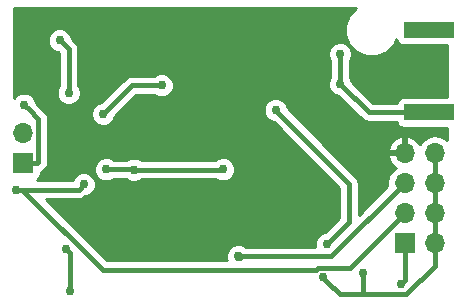
<source format=gbr>
G04 #@! TF.FileFunction,Copper,L2,Bot,Signal*
%FSLAX46Y46*%
G04 Gerber Fmt 4.6, Leading zero omitted, Abs format (unit mm)*
G04 Created by KiCad (PCBNEW 4.0.7) date Friday, November 17, 2017 'PMt' 12:47:33 PM*
%MOMM*%
%LPD*%
G01*
G04 APERTURE LIST*
%ADD10C,0.100000*%
%ADD11R,1.700000X1.700000*%
%ADD12O,1.700000X1.700000*%
%ADD13R,4.200000X1.350000*%
%ADD14C,0.762000*%
%ADD15C,0.381000*%
%ADD16C,0.254000*%
G04 APERTURE END LIST*
D10*
D11*
X162306000Y-108331000D03*
D12*
X164846000Y-108331000D03*
X162306000Y-105791000D03*
X164846000Y-105791000D03*
X162306000Y-103251000D03*
X164846000Y-103251000D03*
X162306000Y-100711000D03*
X164846000Y-100711000D03*
D11*
X129984500Y-101600000D03*
D12*
X129984500Y-99060000D03*
D13*
X164338000Y-97282000D03*
X164338000Y-90282000D03*
D14*
X136779000Y-97409000D03*
X141732000Y-94996000D03*
X146939000Y-102108000D03*
X139369152Y-102122990D03*
X156850579Y-94885905D03*
X158750000Y-110871000D03*
X156845000Y-92329000D03*
X137033000Y-102108000D03*
X133096000Y-91186000D03*
X155384500Y-111251991D03*
X133858000Y-95631000D03*
X151892000Y-91821000D03*
X149158373Y-93386695D03*
X139700000Y-99949000D03*
X152019000Y-101981000D03*
X156210000Y-106426000D03*
X151380391Y-97099519D03*
X155702000Y-108458000D03*
X148209000Y-109474000D03*
X135128000Y-103378000D03*
X129362717Y-103812653D03*
X130087288Y-96622677D03*
X133604000Y-108839000D03*
X133985000Y-112395000D03*
X161987000Y-111796405D03*
D15*
X141732000Y-94996000D02*
X139192000Y-94996000D01*
X139192000Y-94996000D02*
X136779000Y-97409000D01*
X139369152Y-102122990D02*
X146924010Y-102122990D01*
X146924010Y-102122990D02*
X146939000Y-102108000D01*
X137033000Y-102108000D02*
X139354162Y-102108000D01*
X139354162Y-102108000D02*
X139369152Y-102122990D01*
X164338000Y-97282000D02*
X159246674Y-97282000D01*
X159246674Y-97282000D02*
X156850579Y-94885905D01*
X156845000Y-94880326D02*
X156850579Y-94885905D01*
X156845000Y-92329000D02*
X156845000Y-94880326D01*
X164846000Y-105791000D02*
X164846000Y-108331000D01*
X164846000Y-103251000D02*
X164846000Y-105791000D01*
X164846000Y-100711000D02*
X164846000Y-103251000D01*
X158750000Y-112696221D02*
X156828730Y-112696221D01*
X162457554Y-112696221D02*
X158750000Y-112696221D01*
X158750000Y-112696221D02*
X158750000Y-110871000D01*
X133858000Y-95631000D02*
X133858000Y-91948000D01*
X133858000Y-91948000D02*
X133096000Y-91186000D01*
X164846000Y-110307775D02*
X162457554Y-112696221D01*
X155765499Y-111632990D02*
X155384500Y-111251991D01*
X164846000Y-108331000D02*
X164846000Y-110307775D01*
X156828730Y-112696221D02*
X155765499Y-111632990D01*
X130429000Y-99060000D02*
X130302000Y-99060000D01*
X139700000Y-99949000D02*
X139573000Y-100076000D01*
X152019000Y-101981000D02*
X152019000Y-102235000D01*
X152019000Y-102235000D02*
X156210000Y-106426000D01*
X151761390Y-97480518D02*
X151380391Y-97099519D01*
X157607000Y-103326128D02*
X151761390Y-97480518D01*
X157607000Y-106553000D02*
X157607000Y-103326128D01*
X155702000Y-108458000D02*
X157607000Y-106553000D01*
X148209000Y-109474000D02*
X156083000Y-109474000D01*
X156083000Y-109474000D02*
X162306000Y-103251000D01*
X148082000Y-109601000D02*
X148336000Y-109347000D01*
X148209000Y-109474000D02*
X148082000Y-109601000D01*
X148336000Y-109347000D02*
X148336000Y-109601000D01*
X162306000Y-105791000D02*
X157670510Y-110426490D01*
X154988259Y-110426490D02*
X154797749Y-110617000D01*
X154797749Y-110617000D02*
X136724427Y-110617000D01*
X136724427Y-110617000D02*
X129920080Y-103812653D01*
X157670510Y-110426490D02*
X154988259Y-110426490D01*
X135128000Y-103378000D02*
X134693347Y-103812653D01*
X134693347Y-103812653D02*
X129920080Y-103812653D01*
X129920080Y-103812653D02*
X129901532Y-103812653D01*
X129901532Y-103812653D02*
X129362717Y-103812653D01*
X130468287Y-97003676D02*
X130087288Y-96622677D01*
X131304331Y-97839720D02*
X130468287Y-97003676D01*
X131304331Y-101511169D02*
X131304331Y-97839720D01*
X131215500Y-101600000D02*
X131304331Y-101511169D01*
X129984500Y-101600000D02*
X131215500Y-101600000D01*
X133985000Y-109220000D02*
X133604000Y-108839000D01*
X133985000Y-112395000D02*
X133985000Y-109220000D01*
X162306000Y-111477405D02*
X161987000Y-111796405D01*
X162306000Y-108331000D02*
X162306000Y-111477405D01*
X162306000Y-108331000D02*
X162306000Y-108839000D01*
D16*
G36*
X157618364Y-89029321D02*
X157277389Y-89850481D01*
X157276613Y-90739619D01*
X157616155Y-91561372D01*
X158244321Y-92190636D01*
X159065481Y-92531611D01*
X159954619Y-92532387D01*
X160776372Y-92192845D01*
X161405636Y-91564679D01*
X161611580Y-91068711D01*
X161634838Y-91192317D01*
X161773910Y-91408441D01*
X161986110Y-91553431D01*
X162238000Y-91604440D01*
X165914000Y-91604440D01*
X165914000Y-95959560D01*
X162238000Y-95959560D01*
X162002683Y-96003838D01*
X161786559Y-96142910D01*
X161641569Y-96355110D01*
X161621037Y-96456500D01*
X159588608Y-96456500D01*
X157866712Y-94734604D01*
X157866755Y-94684697D01*
X157712404Y-94311139D01*
X157670500Y-94269162D01*
X157670500Y-92940528D01*
X157705821Y-92905269D01*
X157860824Y-92531982D01*
X157861176Y-92127792D01*
X157706825Y-91754234D01*
X157421269Y-91468179D01*
X157047982Y-91313176D01*
X156643792Y-91312824D01*
X156270234Y-91467175D01*
X155984179Y-91752731D01*
X155829176Y-92126018D01*
X155828824Y-92530208D01*
X155983175Y-92903766D01*
X156019500Y-92940154D01*
X156019500Y-94279946D01*
X155989758Y-94309636D01*
X155834755Y-94682923D01*
X155834403Y-95087113D01*
X155988754Y-95460671D01*
X156274310Y-95746726D01*
X156647597Y-95901729D01*
X156699014Y-95901774D01*
X158662957Y-97865717D01*
X158930768Y-98044663D01*
X159246674Y-98107500D01*
X161618879Y-98107500D01*
X161634838Y-98192317D01*
X161773910Y-98408441D01*
X161986110Y-98553431D01*
X162238000Y-98604440D01*
X165914000Y-98604440D01*
X165914000Y-99653498D01*
X165443378Y-99339039D01*
X164875093Y-99226000D01*
X164816907Y-99226000D01*
X164248622Y-99339039D01*
X163766853Y-99660946D01*
X163577655Y-99944101D01*
X163577645Y-99944076D01*
X163187358Y-99515817D01*
X162662892Y-99269514D01*
X162433000Y-99390181D01*
X162433000Y-100584000D01*
X162453000Y-100584000D01*
X162453000Y-100838000D01*
X162433000Y-100838000D01*
X162433000Y-100858000D01*
X162179000Y-100858000D01*
X162179000Y-100838000D01*
X160985845Y-100838000D01*
X160864524Y-101067890D01*
X161034355Y-101477924D01*
X161424642Y-101906183D01*
X161567553Y-101973298D01*
X161226853Y-102200946D01*
X160904946Y-102682715D01*
X160791907Y-103251000D01*
X160849421Y-103540145D01*
X158432500Y-105957066D01*
X158432500Y-103326133D01*
X158432501Y-103326128D01*
X158369663Y-103010222D01*
X158190717Y-102742411D01*
X155802416Y-100354110D01*
X160864524Y-100354110D01*
X160985845Y-100584000D01*
X162179000Y-100584000D01*
X162179000Y-99390181D01*
X161949108Y-99269514D01*
X161424642Y-99515817D01*
X161034355Y-99944076D01*
X160864524Y-100354110D01*
X155802416Y-100354110D01*
X152396524Y-96948218D01*
X152396567Y-96898311D01*
X152242216Y-96524753D01*
X151956660Y-96238698D01*
X151583373Y-96083695D01*
X151179183Y-96083343D01*
X150805625Y-96237694D01*
X150519570Y-96523250D01*
X150364567Y-96896537D01*
X150364215Y-97300727D01*
X150518566Y-97674285D01*
X150804122Y-97960340D01*
X151177409Y-98115343D01*
X151228826Y-98115388D01*
X156781500Y-103668062D01*
X156781500Y-106211066D01*
X155550699Y-107441867D01*
X155500792Y-107441824D01*
X155127234Y-107596175D01*
X154841179Y-107881731D01*
X154686176Y-108255018D01*
X154685833Y-108648500D01*
X148820528Y-108648500D01*
X148785269Y-108613179D01*
X148411982Y-108458176D01*
X148007792Y-108457824D01*
X147634234Y-108612175D01*
X147348179Y-108897731D01*
X147193176Y-109271018D01*
X147192824Y-109675208D01*
X147240875Y-109791500D01*
X137066361Y-109791500D01*
X131913014Y-104638153D01*
X134693347Y-104638153D01*
X135009253Y-104575316D01*
X135277064Y-104396370D01*
X135279301Y-104394133D01*
X135329208Y-104394176D01*
X135702766Y-104239825D01*
X135988821Y-103954269D01*
X136143824Y-103580982D01*
X136144176Y-103176792D01*
X135989825Y-102803234D01*
X135704269Y-102517179D01*
X135330982Y-102362176D01*
X134926792Y-102361824D01*
X134553234Y-102516175D01*
X134267179Y-102801731D01*
X134190185Y-102987153D01*
X131172398Y-102987153D01*
X131285941Y-102914090D01*
X131430931Y-102701890D01*
X131481940Y-102450000D01*
X131481940Y-102372502D01*
X131531406Y-102362663D01*
X131611406Y-102309208D01*
X136016824Y-102309208D01*
X136171175Y-102682766D01*
X136456731Y-102968821D01*
X136830018Y-103123824D01*
X137234208Y-103124176D01*
X137607766Y-102969825D01*
X137644154Y-102933500D01*
X138742660Y-102933500D01*
X138792883Y-102983811D01*
X139166170Y-103138814D01*
X139570360Y-103139166D01*
X139943918Y-102984815D01*
X139980306Y-102948490D01*
X146342435Y-102948490D01*
X146362731Y-102968821D01*
X146736018Y-103123824D01*
X147140208Y-103124176D01*
X147513766Y-102969825D01*
X147799821Y-102684269D01*
X147954824Y-102310982D01*
X147955176Y-101906792D01*
X147800825Y-101533234D01*
X147515269Y-101247179D01*
X147141982Y-101092176D01*
X146737792Y-101091824D01*
X146364234Y-101246175D01*
X146312829Y-101297490D01*
X139980680Y-101297490D01*
X139945421Y-101262169D01*
X139572134Y-101107166D01*
X139167944Y-101106814D01*
X138794386Y-101261165D01*
X138773014Y-101282500D01*
X137644528Y-101282500D01*
X137609269Y-101247179D01*
X137235982Y-101092176D01*
X136831792Y-101091824D01*
X136458234Y-101246175D01*
X136172179Y-101531731D01*
X136017176Y-101905018D01*
X136016824Y-102309208D01*
X131611406Y-102309208D01*
X131799217Y-102183717D01*
X131888048Y-102094886D01*
X132066994Y-101827075D01*
X132129831Y-101511169D01*
X132129831Y-97839725D01*
X132129832Y-97839720D01*
X132084179Y-97610208D01*
X135762824Y-97610208D01*
X135917175Y-97983766D01*
X136202731Y-98269821D01*
X136576018Y-98424824D01*
X136980208Y-98425176D01*
X137353766Y-98270825D01*
X137639821Y-97985269D01*
X137794824Y-97611982D01*
X137794869Y-97560565D01*
X139533933Y-95821500D01*
X141120472Y-95821500D01*
X141155731Y-95856821D01*
X141529018Y-96011824D01*
X141933208Y-96012176D01*
X142306766Y-95857825D01*
X142592821Y-95572269D01*
X142747824Y-95198982D01*
X142748176Y-94794792D01*
X142593825Y-94421234D01*
X142308269Y-94135179D01*
X141934982Y-93980176D01*
X141530792Y-93979824D01*
X141157234Y-94134175D01*
X141120846Y-94170500D01*
X139192000Y-94170500D01*
X138876094Y-94233337D01*
X138781402Y-94296609D01*
X138608283Y-94412283D01*
X138608281Y-94412286D01*
X136627699Y-96392867D01*
X136577792Y-96392824D01*
X136204234Y-96547175D01*
X135918179Y-96832731D01*
X135763176Y-97206018D01*
X135762824Y-97610208D01*
X132084179Y-97610208D01*
X132066994Y-97523815D01*
X131930530Y-97319582D01*
X131888048Y-97256003D01*
X131888045Y-97256001D01*
X131103421Y-96471376D01*
X131103464Y-96421469D01*
X130949113Y-96047911D01*
X130663557Y-95761856D01*
X130290270Y-95606853D01*
X129886080Y-95606501D01*
X129512522Y-95760852D01*
X129234000Y-96038888D01*
X129234000Y-91387208D01*
X132079824Y-91387208D01*
X132234175Y-91760766D01*
X132519731Y-92046821D01*
X132893018Y-92201824D01*
X132944435Y-92201869D01*
X133032500Y-92289933D01*
X133032500Y-95019472D01*
X132997179Y-95054731D01*
X132842176Y-95428018D01*
X132841824Y-95832208D01*
X132996175Y-96205766D01*
X133281731Y-96491821D01*
X133655018Y-96646824D01*
X134059208Y-96647176D01*
X134432766Y-96492825D01*
X134718821Y-96207269D01*
X134873824Y-95833982D01*
X134874176Y-95429792D01*
X134719825Y-95056234D01*
X134683500Y-95019846D01*
X134683500Y-91948005D01*
X134683501Y-91948000D01*
X134620663Y-91632095D01*
X134441717Y-91364283D01*
X134441714Y-91364281D01*
X134112133Y-91034699D01*
X134112176Y-90984792D01*
X133957825Y-90611234D01*
X133672269Y-90325179D01*
X133298982Y-90170176D01*
X132894792Y-90169824D01*
X132521234Y-90324175D01*
X132235179Y-90609731D01*
X132080176Y-90983018D01*
X132079824Y-91387208D01*
X129234000Y-91387208D01*
X129234000Y-88467000D01*
X158181668Y-88467000D01*
X157618364Y-89029321D01*
X157618364Y-89029321D01*
G37*
X157618364Y-89029321D02*
X157277389Y-89850481D01*
X157276613Y-90739619D01*
X157616155Y-91561372D01*
X158244321Y-92190636D01*
X159065481Y-92531611D01*
X159954619Y-92532387D01*
X160776372Y-92192845D01*
X161405636Y-91564679D01*
X161611580Y-91068711D01*
X161634838Y-91192317D01*
X161773910Y-91408441D01*
X161986110Y-91553431D01*
X162238000Y-91604440D01*
X165914000Y-91604440D01*
X165914000Y-95959560D01*
X162238000Y-95959560D01*
X162002683Y-96003838D01*
X161786559Y-96142910D01*
X161641569Y-96355110D01*
X161621037Y-96456500D01*
X159588608Y-96456500D01*
X157866712Y-94734604D01*
X157866755Y-94684697D01*
X157712404Y-94311139D01*
X157670500Y-94269162D01*
X157670500Y-92940528D01*
X157705821Y-92905269D01*
X157860824Y-92531982D01*
X157861176Y-92127792D01*
X157706825Y-91754234D01*
X157421269Y-91468179D01*
X157047982Y-91313176D01*
X156643792Y-91312824D01*
X156270234Y-91467175D01*
X155984179Y-91752731D01*
X155829176Y-92126018D01*
X155828824Y-92530208D01*
X155983175Y-92903766D01*
X156019500Y-92940154D01*
X156019500Y-94279946D01*
X155989758Y-94309636D01*
X155834755Y-94682923D01*
X155834403Y-95087113D01*
X155988754Y-95460671D01*
X156274310Y-95746726D01*
X156647597Y-95901729D01*
X156699014Y-95901774D01*
X158662957Y-97865717D01*
X158930768Y-98044663D01*
X159246674Y-98107500D01*
X161618879Y-98107500D01*
X161634838Y-98192317D01*
X161773910Y-98408441D01*
X161986110Y-98553431D01*
X162238000Y-98604440D01*
X165914000Y-98604440D01*
X165914000Y-99653498D01*
X165443378Y-99339039D01*
X164875093Y-99226000D01*
X164816907Y-99226000D01*
X164248622Y-99339039D01*
X163766853Y-99660946D01*
X163577655Y-99944101D01*
X163577645Y-99944076D01*
X163187358Y-99515817D01*
X162662892Y-99269514D01*
X162433000Y-99390181D01*
X162433000Y-100584000D01*
X162453000Y-100584000D01*
X162453000Y-100838000D01*
X162433000Y-100838000D01*
X162433000Y-100858000D01*
X162179000Y-100858000D01*
X162179000Y-100838000D01*
X160985845Y-100838000D01*
X160864524Y-101067890D01*
X161034355Y-101477924D01*
X161424642Y-101906183D01*
X161567553Y-101973298D01*
X161226853Y-102200946D01*
X160904946Y-102682715D01*
X160791907Y-103251000D01*
X160849421Y-103540145D01*
X158432500Y-105957066D01*
X158432500Y-103326133D01*
X158432501Y-103326128D01*
X158369663Y-103010222D01*
X158190717Y-102742411D01*
X155802416Y-100354110D01*
X160864524Y-100354110D01*
X160985845Y-100584000D01*
X162179000Y-100584000D01*
X162179000Y-99390181D01*
X161949108Y-99269514D01*
X161424642Y-99515817D01*
X161034355Y-99944076D01*
X160864524Y-100354110D01*
X155802416Y-100354110D01*
X152396524Y-96948218D01*
X152396567Y-96898311D01*
X152242216Y-96524753D01*
X151956660Y-96238698D01*
X151583373Y-96083695D01*
X151179183Y-96083343D01*
X150805625Y-96237694D01*
X150519570Y-96523250D01*
X150364567Y-96896537D01*
X150364215Y-97300727D01*
X150518566Y-97674285D01*
X150804122Y-97960340D01*
X151177409Y-98115343D01*
X151228826Y-98115388D01*
X156781500Y-103668062D01*
X156781500Y-106211066D01*
X155550699Y-107441867D01*
X155500792Y-107441824D01*
X155127234Y-107596175D01*
X154841179Y-107881731D01*
X154686176Y-108255018D01*
X154685833Y-108648500D01*
X148820528Y-108648500D01*
X148785269Y-108613179D01*
X148411982Y-108458176D01*
X148007792Y-108457824D01*
X147634234Y-108612175D01*
X147348179Y-108897731D01*
X147193176Y-109271018D01*
X147192824Y-109675208D01*
X147240875Y-109791500D01*
X137066361Y-109791500D01*
X131913014Y-104638153D01*
X134693347Y-104638153D01*
X135009253Y-104575316D01*
X135277064Y-104396370D01*
X135279301Y-104394133D01*
X135329208Y-104394176D01*
X135702766Y-104239825D01*
X135988821Y-103954269D01*
X136143824Y-103580982D01*
X136144176Y-103176792D01*
X135989825Y-102803234D01*
X135704269Y-102517179D01*
X135330982Y-102362176D01*
X134926792Y-102361824D01*
X134553234Y-102516175D01*
X134267179Y-102801731D01*
X134190185Y-102987153D01*
X131172398Y-102987153D01*
X131285941Y-102914090D01*
X131430931Y-102701890D01*
X131481940Y-102450000D01*
X131481940Y-102372502D01*
X131531406Y-102362663D01*
X131611406Y-102309208D01*
X136016824Y-102309208D01*
X136171175Y-102682766D01*
X136456731Y-102968821D01*
X136830018Y-103123824D01*
X137234208Y-103124176D01*
X137607766Y-102969825D01*
X137644154Y-102933500D01*
X138742660Y-102933500D01*
X138792883Y-102983811D01*
X139166170Y-103138814D01*
X139570360Y-103139166D01*
X139943918Y-102984815D01*
X139980306Y-102948490D01*
X146342435Y-102948490D01*
X146362731Y-102968821D01*
X146736018Y-103123824D01*
X147140208Y-103124176D01*
X147513766Y-102969825D01*
X147799821Y-102684269D01*
X147954824Y-102310982D01*
X147955176Y-101906792D01*
X147800825Y-101533234D01*
X147515269Y-101247179D01*
X147141982Y-101092176D01*
X146737792Y-101091824D01*
X146364234Y-101246175D01*
X146312829Y-101297490D01*
X139980680Y-101297490D01*
X139945421Y-101262169D01*
X139572134Y-101107166D01*
X139167944Y-101106814D01*
X138794386Y-101261165D01*
X138773014Y-101282500D01*
X137644528Y-101282500D01*
X137609269Y-101247179D01*
X137235982Y-101092176D01*
X136831792Y-101091824D01*
X136458234Y-101246175D01*
X136172179Y-101531731D01*
X136017176Y-101905018D01*
X136016824Y-102309208D01*
X131611406Y-102309208D01*
X131799217Y-102183717D01*
X131888048Y-102094886D01*
X132066994Y-101827075D01*
X132129831Y-101511169D01*
X132129831Y-97839725D01*
X132129832Y-97839720D01*
X132084179Y-97610208D01*
X135762824Y-97610208D01*
X135917175Y-97983766D01*
X136202731Y-98269821D01*
X136576018Y-98424824D01*
X136980208Y-98425176D01*
X137353766Y-98270825D01*
X137639821Y-97985269D01*
X137794824Y-97611982D01*
X137794869Y-97560565D01*
X139533933Y-95821500D01*
X141120472Y-95821500D01*
X141155731Y-95856821D01*
X141529018Y-96011824D01*
X141933208Y-96012176D01*
X142306766Y-95857825D01*
X142592821Y-95572269D01*
X142747824Y-95198982D01*
X142748176Y-94794792D01*
X142593825Y-94421234D01*
X142308269Y-94135179D01*
X141934982Y-93980176D01*
X141530792Y-93979824D01*
X141157234Y-94134175D01*
X141120846Y-94170500D01*
X139192000Y-94170500D01*
X138876094Y-94233337D01*
X138781402Y-94296609D01*
X138608283Y-94412283D01*
X138608281Y-94412286D01*
X136627699Y-96392867D01*
X136577792Y-96392824D01*
X136204234Y-96547175D01*
X135918179Y-96832731D01*
X135763176Y-97206018D01*
X135762824Y-97610208D01*
X132084179Y-97610208D01*
X132066994Y-97523815D01*
X131930530Y-97319582D01*
X131888048Y-97256003D01*
X131888045Y-97256001D01*
X131103421Y-96471376D01*
X131103464Y-96421469D01*
X130949113Y-96047911D01*
X130663557Y-95761856D01*
X130290270Y-95606853D01*
X129886080Y-95606501D01*
X129512522Y-95760852D01*
X129234000Y-96038888D01*
X129234000Y-91387208D01*
X132079824Y-91387208D01*
X132234175Y-91760766D01*
X132519731Y-92046821D01*
X132893018Y-92201824D01*
X132944435Y-92201869D01*
X133032500Y-92289933D01*
X133032500Y-95019472D01*
X132997179Y-95054731D01*
X132842176Y-95428018D01*
X132841824Y-95832208D01*
X132996175Y-96205766D01*
X133281731Y-96491821D01*
X133655018Y-96646824D01*
X134059208Y-96647176D01*
X134432766Y-96492825D01*
X134718821Y-96207269D01*
X134873824Y-95833982D01*
X134874176Y-95429792D01*
X134719825Y-95056234D01*
X134683500Y-95019846D01*
X134683500Y-91948005D01*
X134683501Y-91948000D01*
X134620663Y-91632095D01*
X134441717Y-91364283D01*
X134441714Y-91364281D01*
X134112133Y-91034699D01*
X134112176Y-90984792D01*
X133957825Y-90611234D01*
X133672269Y-90325179D01*
X133298982Y-90170176D01*
X132894792Y-90169824D01*
X132521234Y-90324175D01*
X132235179Y-90609731D01*
X132080176Y-90983018D01*
X132079824Y-91387208D01*
X129234000Y-91387208D01*
X129234000Y-88467000D01*
X158181668Y-88467000D01*
X157618364Y-89029321D01*
M02*

</source>
